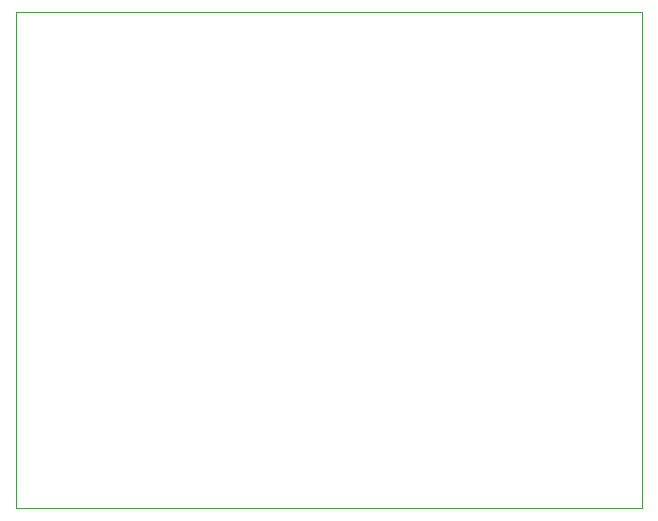
<source format=gbr>
%TF.GenerationSoftware,KiCad,Pcbnew,8.0.4*%
%TF.CreationDate,2024-07-31T14:07:18-04:00*%
%TF.ProjectId,board,626f6172-642e-46b6-9963-61645f706362,rev?*%
%TF.SameCoordinates,Original*%
%TF.FileFunction,Profile,NP*%
%FSLAX46Y46*%
G04 Gerber Fmt 4.6, Leading zero omitted, Abs format (unit mm)*
G04 Created by KiCad (PCBNEW 8.0.4) date 2024-07-31 14:07:18*
%MOMM*%
%LPD*%
G01*
G04 APERTURE LIST*
%TA.AperFunction,Profile*%
%ADD10C,0.050000*%
%TD*%
G04 APERTURE END LIST*
D10*
X34500000Y-26500000D02*
X87500000Y-26500000D01*
X87500000Y-68500000D01*
X34500000Y-68500000D01*
X34500000Y-26500000D01*
M02*

</source>
